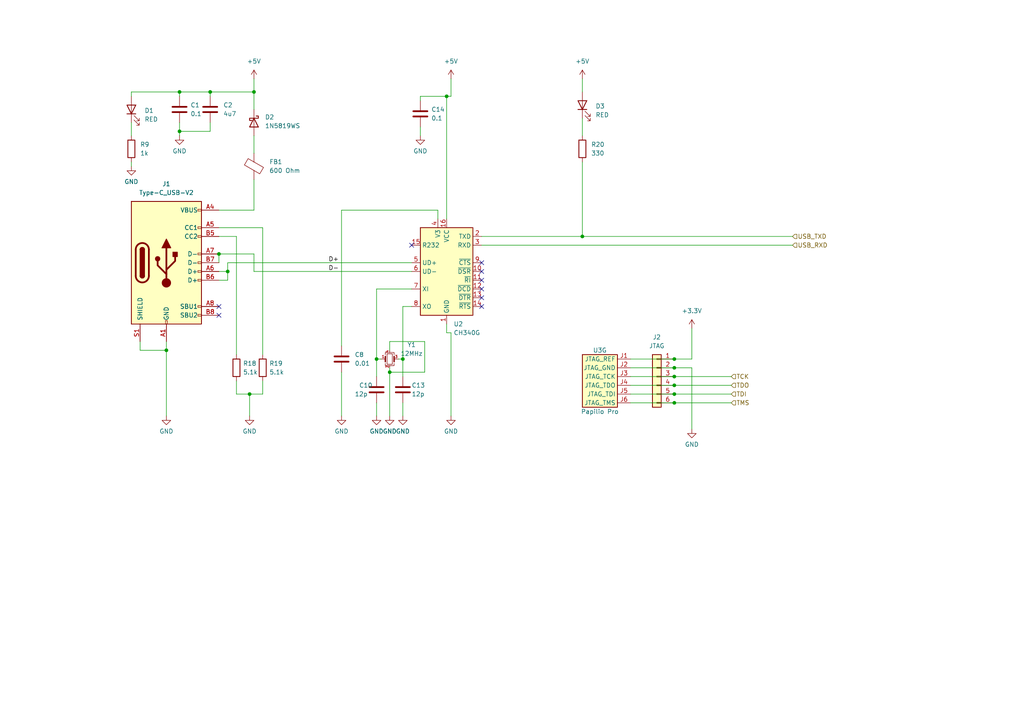
<source format=kicad_sch>
(kicad_sch (version 20230121) (generator eeschema)
  (paper "A4")
  (title_block (date "2023-08-03") (rev "1.4") (company "University of Otago, Gadget Factory LLC") (comment 1 "©Phill Brown 2023, Gadget Factory 2009-2012"))
  (lib_symbols
    (symbol "Connector:USB_C_Receptacle_USB2.0" (pin_names (offset 1.016))
      (property "Reference" "J" (at -10.16 19.05 0))
      (property "Value" "USB_C_Receptacle_USB2.0" (at 19.05 19.05 0))
      (symbol "USB_C_Receptacle_USB2.0_0_0"
        (rectangle (start -0.254 -17.78) (end 0.254 -16.764))
        (rectangle (start 10.16 -14.986) (end 9.144 -15.494))
        (rectangle (start 10.16 -12.446) (end 9.144 -12.954))
        (rectangle (start 10.16 -4.826) (end 9.144 -5.334))
        (rectangle (start 10.16 -2.286) (end 9.144 -2.794))
        (rectangle (start 10.16 0.254) (end 9.144 -0.254))
        (rectangle (start 10.16 2.794) (end 9.144 2.286))
        (rectangle (start 10.16 7.874) (end 9.144 7.366))
        (rectangle (start 10.16 10.414) (end 9.144 9.906))
        (rectangle (start 10.16 15.494) (end 9.144 14.986))
      )
      (symbol "USB_C_Receptacle_USB2.0_0_1"
        (rectangle (start -10.16 17.78) (end 10.16 -17.78) (stroke (width 0.254)) (fill (type background)))
        (arc (start -8.89 -3.81) (mid -6.985 -5.7067) (end -5.08 -3.81) (stroke (width 0.508)))
        (arc (start -7.62 -3.81) (mid -6.985 -4.4423) (end -6.35 -3.81) (stroke (width 0.254)))
        (arc (start -7.62 -3.81) (mid -6.985 -4.4423) (end -6.35 -3.81) (stroke (width 0.254)) (fill (type outline)))
        (rectangle (start -7.62 -3.81) (end -6.35 3.81) (stroke (width 0.254)) (fill (type outline)))
        (arc (start -6.35 3.81) (mid -6.985 4.4423) (end -7.62 3.81) (stroke (width 0.254)))
        (arc (start -6.35 3.81) (mid -6.985 4.4423) (end -7.62 3.81) (stroke (width 0.254)) (fill (type outline)))
        (arc (start -5.08 3.81) (mid -6.985 5.7067) (end -8.89 3.81) (stroke (width 0.508)))
        (circle (center -2.54 1.143) (radius 0.635) (stroke (width 0.254)) (fill (type outline)))
        (circle (center 0 -5.842) (radius 1.27) (fill (type outline)))
        (polyline (pts (xy -8.89 -3.81) (xy -8.89 3.81)) (stroke (width 0.508)))
        (polyline (pts (xy -5.08 3.81) (xy -5.08 -3.81)) (stroke (width 0.508)))
        (polyline (pts (xy 0 -5.842) (xy 0 4.318)) (stroke (width 0.508)))
        (polyline (pts (xy 0 -3.302) (xy -2.54 -0.762) (xy -2.54 0.508)) (stroke (width 0.508)))
        (polyline (pts (xy 0 -2.032) (xy 2.54 0.508) (xy 2.54 1.778)) (stroke (width 0.508)))
        (polyline (pts (xy -1.27 4.318) (xy 0 6.858) (xy 1.27 4.318) (xy -1.27 4.318)) (stroke (width 0.254)) (fill (type outline)))
        (rectangle (start 1.905 1.778) (end 3.175 3.048) (stroke (width 0.254)) (fill (type outline)))
      )
      (symbol "USB_C_Receptacle_USB2.0_1_1"
        (pin passive line (at 0 -22.86 90) (length 5.08) (name "GND") (number "A1"))
        (pin passive line (at 0 -22.86 90) (length 5.08) hide (name "GND") (number "A12"))
        (pin passive line (at 15.24 15.24 180) (length 5.08) (name "VBUS") (number "A4"))
        (pin bidirectional line (at 15.24 10.16 180) (length 5.08) (name "CC1") (number "A5"))
        (pin bidirectional line (at 15.24 -2.54 180) (length 5.08) (name "D+") (number "A6"))
        (pin bidirectional line (at 15.24 2.54 180) (length 5.08) (name "D-") (number "A7"))
        (pin bidirectional line (at 15.24 -12.7 180) (length 5.08) (name "SBU1") (number "A8"))
        (pin passive line (at 15.24 15.24 180) (length 5.08) hide (name "VBUS") (number "A9"))
        (pin passive line (at 0 -22.86 90) (length 5.08) hide (name "GND") (number "B1"))
        (pin passive line (at 0 -22.86 90) (length 5.08) hide (name "GND") (number "B12"))
        (pin passive line (at 15.24 15.24 180) (length 5.08) hide (name "VBUS") (number "B4"))
        (pin bidirectional line (at 15.24 7.62 180) (length 5.08) (name "CC2") (number "B5"))
        (pin bidirectional line (at 15.24 -5.08 180) (length 5.08) (name "D+") (number "B6"))
        (pin bidirectional line (at 15.24 0 180) (length 5.08) (name "D-") (number "B7"))
        (pin bidirectional line (at 15.24 -15.24 180) (length 5.08) (name "SBU2") (number "B8"))
        (pin passive line (at 15.24 15.24 180) (length 5.08) hide (name "VBUS") (number "B9"))
        (pin passive line (at -7.62 -22.86 90) (length 5.08) (name "SHIELD") (number "S1"))
      )
    )
    (symbol "Connector_Generic:Conn_01x06" (pin_names (offset 1.016) hide)
      (property "Reference" "J" (at 0 7.62 0))
      (property "Value" "Conn_01x06" (at 0 -10.16 0))
      (symbol "Conn_01x06_1_1"
        (rectangle (start -1.27 -7.493) (end 0 -7.747) (stroke (width 0.1524)))
        (rectangle (start -1.27 -4.953) (end 0 -5.207) (stroke (width 0.1524)))
        (rectangle (start -1.27 -2.413) (end 0 -2.667) (stroke (width 0.1524)))
        (rectangle (start -1.27 0.127) (end 0 -0.127) (stroke (width 0.1524)))
        (rectangle (start -1.27 2.667) (end 0 2.413) (stroke (width 0.1524)))
        (rectangle (start -1.27 5.207) (end 0 4.953) (stroke (width 0.1524)))
        (rectangle (start -1.27 6.35) (end 1.27 -8.89) (stroke (width 0.254)) (fill (type background)))
        (pin passive line (at -5.08 5.08 0) (length 3.81) (name "Pin_1") (number "1"))
        (pin passive line (at -5.08 2.54 0) (length 3.81) (name "Pin_2") (number "2"))
        (pin passive line (at -5.08 0 0) (length 3.81) (name "Pin_3") (number "3"))
        (pin passive line (at -5.08 -2.54 0) (length 3.81) (name "Pin_4") (number "4"))
        (pin passive line (at -5.08 -5.08 0) (length 3.81) (name "Pin_5") (number "5"))
        (pin passive line (at -5.08 -7.62 0) (length 3.81) (name "Pin_6") (number "6"))
      )
    )
    (symbol "Device:C" (pin_numbers hide) (pin_names (offset 0.254))
      (property "Reference" "C" (at 0.635 2.54 0))
      (property "Value" "C" (at 0.635 -2.54 0))
      (symbol "C_0_1"
        (polyline (pts (xy -2.032 -0.762) (xy 2.032 -0.762)) (stroke (width 0.508)))
        (polyline (pts (xy -2.032 0.762) (xy 2.032 0.762)) (stroke (width 0.508)))
      )
      (symbol "C_1_1"
        (pin passive line (at 0 3.81 270) (length 2.794) (name "~") (number "1"))
        (pin passive line (at 0 -3.81 90) (length 2.794) (name "~") (number "2"))
      )
    )
    (symbol "Device:Crystal_GND24_Small" (pin_names (offset 1.016) hide)
      (property "Reference" "Y" (at 1.27 4.445 0))
      (property "Value" "Crystal_GND24_Small" (at 1.27 2.54 0))
      (symbol "Crystal_GND24_Small_0_1"
        (rectangle (start -0.762 -1.524) (end 0.762 1.524))
        (polyline (pts (xy -1.27 -0.762) (xy -1.27 0.762)) (stroke (width 0.381)))
        (polyline (pts (xy 1.27 -0.762) (xy 1.27 0.762)) (stroke (width 0.381)))
        (polyline (pts (xy -1.27 -1.27) (xy -1.27 -1.905) (xy 1.27 -1.905) (xy 1.27 -1.27)))
        (polyline (pts (xy -1.27 1.27) (xy -1.27 1.905) (xy 1.27 1.905) (xy 1.27 1.27)))
      )
      (symbol "Crystal_GND24_Small_1_1"
        (pin passive line (at -2.54 0 0) (length 1.27) (name "1") (number "1"))
        (pin passive line (at 0 -2.54 90) (length 0.635) (name "2") (number "2"))
        (pin passive line (at 2.54 0 180) (length 1.27) (name "3") (number "3"))
        (pin passive line (at 0 2.54 270) (length 0.635) (name "4") (number "4"))
      )
    )
    (symbol "Device:D_Schottky" (pin_numbers hide) (pin_names (offset 1.016) hide)
      (property "Reference" "D" (at 0 2.54 0))
      (property "Value" "D_Schottky" (at 0 -2.54 0))
      (symbol "D_Schottky_0_1"
        (polyline (pts (xy 1.27 0) (xy -1.27 0)))
        (polyline (pts (xy 1.27 1.27) (xy 1.27 -1.27) (xy -1.27 0) (xy 1.27 1.27)) (stroke (width 0.254)))
        (polyline (pts (xy -1.905 0.635) (xy -1.905 1.27) (xy -1.27 1.27) (xy -1.27 -1.27) (xy -0.635 -1.27) (xy -0.635 -0.635)) (stroke (width 0.254)))
      )
      (symbol "D_Schottky_1_1"
        (pin passive line (at -3.81 0 0) (length 2.54) (name "K") (number "1"))
        (pin passive line (at 3.81 0 180) (length 2.54) (name "A") (number "2"))
      )
    )
    (symbol "Device:FerriteBead" (pin_numbers hide) (pin_names (offset 0))
      (property "Reference" "FB" (at -3.81 0.635 90))
      (property "Value" "FerriteBead" (at 3.81 0 90))
      (symbol "FerriteBead_0_1"
        (polyline (pts (xy 0 -1.27) (xy 0 -1.2192)))
        (polyline (pts (xy 0 1.27) (xy 0 1.2954)))
        (polyline (pts (xy -2.7686 0.4064) (xy -1.7018 2.2606) (xy 2.7686 -0.3048) (xy 1.6764 -2.159) (xy -2.7686 0.4064)))
      )
      (symbol "FerriteBead_1_1"
        (pin passive line (at 0 3.81 270) (length 2.54) (name "~") (number "1"))
        (pin passive line (at 0 -3.81 90) (length 2.54) (name "~") (number "2"))
      )
    )
    (symbol "Device:LED" (pin_numbers hide) (pin_names (offset 1.016) hide)
      (property "Reference" "D" (at 0 2.54 0))
      (property "Value" "LED" (at 0 -2.54 0))
      (symbol "LED_0_1"
        (polyline (pts (xy -1.27 -1.27) (xy -1.27 1.27)) (stroke (width 0.254)))
        (polyline (pts (xy -1.27 0) (xy 1.27 0)))
        (polyline (pts (xy 1.27 -1.27) (xy 1.27 1.27) (xy -1.27 0) (xy 1.27 -1.27)) (stroke (width 0.254)))
        (polyline (pts (xy -3.048 -0.762) (xy -4.572 -2.286) (xy -3.81 -2.286) (xy -4.572 -2.286) (xy -4.572 -1.524)))
        (polyline (pts (xy -1.778 -0.762) (xy -3.302 -2.286) (xy -2.54 -2.286) (xy -3.302 -2.286) (xy -3.302 -1.524)))
      )
      (symbol "LED_1_1"
        (pin passive line (at -3.81 0 0) (length 2.54) (name "K") (number "1"))
        (pin passive line (at 3.81 0 180) (length 2.54) (name "A") (number "2"))
      )
    )
    (symbol "Device:R" (pin_numbers hide) (pin_names (offset 0))
      (property "Reference" "R" (at 2.032 0 90))
      (property "Value" "R" (at 0 0 90))
      (symbol "R_0_1"
        (rectangle (start -1.016 -2.54) (end 1.016 2.54) (stroke (width 0.254)))
      )
      (symbol "R_1_1"
        (pin passive line (at 0 3.81 270) (length 1.27) (name "~") (number "1"))
        (pin passive line (at 0 -3.81 90) (length 1.27) (name "~") (number "2"))
      )
    )
    (symbol "Interface_USB:CH340G"
      (property "Reference" "U" (at -5.08 13.97 0))
      (property "Value" "CH340G" (at 1.27 13.97 0))
      (symbol "CH340G_0_1"
        (rectangle (start -7.62 12.7) (end 7.62 -12.7) (stroke (width 0.254)) (fill (type background)))
      )
      (symbol "CH340G_1_1"
        (pin power_in line (at 0 -15.24 90) (length 2.54) (name "GND") (number "1"))
        (pin input line (at 10.16 0 180) (length 2.54) (name "~{DSR}") (number "10"))
        (pin input line (at 10.16 -2.54 180) (length 2.54) (name "~{RI}") (number "11"))
        (pin input line (at 10.16 -5.08 180) (length 2.54) (name "~{DCD}") (number "12"))
        (pin output line (at 10.16 -7.62 180) (length 2.54) (name "~{DTR}") (number "13"))
        (pin output line (at 10.16 -10.16 180) (length 2.54) (name "~{RTS}") (number "14"))
        (pin input line (at -10.16 7.62 0) (length 2.54) (name "R232") (number "15"))
        (pin power_in line (at 0 15.24 270) (length 2.54) (name "VCC") (number "16"))
        (pin output line (at 10.16 10.16 180) (length 2.54) (name "TXD") (number "2"))
        (pin input line (at 10.16 7.62 180) (length 2.54) (name "RXD") (number "3"))
        (pin passive line (at -2.54 15.24 270) (length 2.54) (name "V3") (number "4"))
        (pin bidirectional line (at -10.16 2.54 0) (length 2.54) (name "UD+") (number "5"))
        (pin bidirectional line (at -10.16 0 0) (length 2.54) (name "UD-") (number "6"))
        (pin input line (at -10.16 -5.08 0) (length 2.54) (name "XI") (number "7"))
        (pin output line (at -10.16 -10.16 0) (length 2.54) (name "XO") (number "8"))
        (pin input line (at 10.16 2.54 180) (length 2.54) (name "~{CTS}") (number "9"))
      )
    )
    (symbol "Papilio_Pro:Papilio_Pro" (in_bom no)
      (property "Reference" "U" (at -1.27 21.59 0))
      (property "Value" "Papilio Pro" (at -1.27 -21.59 0))
      (symbol "Papilio_Pro_1_1"
        (rectangle (start -3.81 5.08) (end 1.27 -5.08) (stroke (width 0.254)) (fill (type background)))
        (rectangle (start 0 -3.937) (end 1.27 -3.683) (stroke (width 0.1524)))
        (rectangle (start 0 -1.397) (end 1.27 -1.143) (stroke (width 0.1524)))
        (rectangle (start 0 1.143) (end 1.27 1.397) (stroke (width 0.1524)))
        (rectangle (start 0 3.683) (end 1.27 3.937) (stroke (width 0.1524)))
        (pin passive line (at 5.08 3.81 180) (length 3.81) (name "GND") (number "1"))
        (pin passive line (at 5.08 1.27 180) (length 3.81) (name "2V5") (number "2"))
        (pin passive line (at 5.08 -1.27 180) (length 3.81) (name "3V3") (number "3"))
        (pin passive line (at 5.08 -3.81 180) (length 3.81) (name "Vin") (number "4"))
      )
      (symbol "Papilio_Pro_2_1"
        (rectangle (start -3.81 5.08) (end 1.27 -5.08) (stroke (width 0.254)) (fill (type background)))
        (rectangle (start 0 -3.937) (end 1.27 -3.683) (stroke (width 0.1524)))
        (rectangle (start 0 -1.397) (end 1.27 -1.143) (stroke (width 0.1524)))
        (rectangle (start 0 1.143) (end 1.27 1.397) (stroke (width 0.1524)))
        (rectangle (start 0 3.683) (end 1.27 3.937) (stroke (width 0.1524)))
        (pin passive line (at 5.08 3.81 180) (length 3.81) (name "GND") (number "11"))
        (pin passive line (at 5.08 1.27 180) (length 3.81) (name "2V5") (number "12"))
        (pin passive line (at 5.08 -1.27 180) (length 3.81) (name "3V3") (number "13"))
        (pin passive line (at 5.08 -3.81 180) (length 3.81) (name "Vin") (number "14"))
      )
      (symbol "Papilio_Pro_3_1"
        (rectangle (start -3.81 5.08) (end 1.27 -5.08) (stroke (width 0.254)) (fill (type background)))
        (rectangle (start 0 -3.937) (end 1.27 -3.683) (stroke (width 0.1524)))
        (rectangle (start 0 -1.397) (end 1.27 -1.143) (stroke (width 0.1524)))
        (rectangle (start 0 1.143) (end 1.27 1.397) (stroke (width 0.1524)))
        (rectangle (start 0 3.683) (end 1.27 3.937) (stroke (width 0.1524)))
        (pin passive line (at 5.08 3.81 180) (length 3.81) (name "GND") (number "21"))
        (pin passive line (at 5.08 1.27 180) (length 3.81) (name "2V5") (number "22"))
        (pin passive line (at 5.08 -1.27 180) (length 3.81) (name "3V3") (number "23"))
        (pin passive line (at 5.08 -3.81 180) (length 3.81) (name "Vin") (number "24"))
      )
      (symbol "Papilio_Pro_4_1"
        (rectangle (start -3.81 5.08) (end 1.27 -5.08) (stroke (width 0.254)) (fill (type background)))
        (rectangle (start 0 -3.937) (end 1.27 -3.683) (stroke (width 0.1524)))
        (rectangle (start 0 -1.397) (end 1.27 -1.143) (stroke (width 0.1524)))
        (rectangle (start 0 1.143) (end 1.27 1.397) (stroke (width 0.1524)))
        (rectangle (start 0 3.683) (end 1.27 3.937) (stroke (width 0.1524)))
        (pin passive line (at 5.08 3.81 180) (length 3.81) (name "GND") (number "31"))
        (pin passive line (at 5.08 1.27 180) (length 3.81) (name "2V5") (number "32"))
        (pin passive line (at 5.08 -1.27 180) (length 3.81) (name "3V3") (number "33"))
        (pin passive line (at 5.08 -3.81 180) (length 3.81) (name "Vin") (number "34"))
      )
      (symbol "Papilio_Pro_5_1"
        (rectangle (start -3.81 5.08) (end 1.27 -5.08) (stroke (width 0.254)) (fill (type background)))
        (rectangle (start 0 -3.937) (end 1.27 -3.683) (stroke (width 0.1524)))
        (rectangle (start 0 -1.397) (end 1.27 -1.143) (stroke (width 0.1524)))
        (rectangle (start 0 1.143) (end 1.27 1.397) (stroke (width 0.1524)))
        (rectangle (start 0 3.683) (end 1.27 3.937) (stroke (width 0.1524)))
        (pin passive line (at 5.08 3.81 180) (length 3.81) (name "GND") (number "41"))
        (pin passive line (at 5.08 1.27 180) (length 3.81) (name "2V5") (number "42"))
        (pin passive line (at 5.08 -1.27 180) (length 3.81) (name "3V3") (number "43"))
        (pin passive line (at 5.08 -3.81 180) (length 3.81) (name "Vin") (number "44"))
      )
      (symbol "Papilio_Pro_6_1"
        (rectangle (start -3.81 5.08) (end 1.27 -5.08) (stroke (width 0.254)) (fill (type background)))
        (rectangle (start 0 -3.937) (end 1.27 -3.683) (stroke (width 0.1524)))
        (rectangle (start 0 -1.397) (end 1.27 -1.143) (stroke (width 0.1524)))
        (rectangle (start 0 1.143) (end 1.27 1.397) (stroke (width 0.1524)))
        (rectangle (start 0 3.683) (end 1.27 3.937) (stroke (width 0.1524)))
        (pin passive line (at 5.08 3.81 180) (length 3.81) (name "GND") (number "51"))
        (pin passive line (at 5.08 1.27 180) (length 3.81) (name "2V5") (number "52"))
        (pin passive line (at 5.08 -1.27 180) (length 3.81) (name "3V3") (number "53"))
        (pin passive line (at 5.08 -3.81 180) (length 3.81) (name "Vin") (number "54"))
      )
      (symbol "Papilio_Pro_7_1"
        (rectangle (start -8.89 7.62) (end 1.27 -7.62) (stroke (width 0.254)) (fill (type background)))
        (pin passive line (at 5.08 6.35 180) (length 3.81) (name "JTAG_REF") (number "J1"))
        (pin passive line (at 5.08 3.81 180) (length 3.81) (name "JTAG_GND") (number "J2"))
        (pin passive line (at 5.08 1.27 180) (length 3.81) (name "JTAG_TCK") (number "J3"))
        (pin passive line (at 5.08 -1.27 180) (length 3.81) (name "JTAG_TDO") (number "J4"))
        (pin passive line (at 5.08 -3.81 180) (length 3.81) (name "JTAG_TDI") (number "J5"))
        (pin passive line (at 5.08 -6.35 180) (length 3.81) (name "JTAG_TMS") (number "J6"))
      )
      (symbol "Papilio_Pro_8_1"
        (rectangle (start -3.81 20.32) (end 1.27 -20.32) (stroke (width 0.254)) (fill (type background)))
        (rectangle (start 0 -19.177) (end 1.27 -18.923) (stroke (width 0.1524)))
        (rectangle (start 0 -16.637) (end 1.27 -16.383) (stroke (width 0.1524)))
        (rectangle (start 0 -14.097) (end 1.27 -13.843) (stroke (width 0.1524)))
        (rectangle (start 0 -11.557) (end 1.27 -11.303) (stroke (width 0.1524)))
        (rectangle (start 0 -9.017) (end 1.27 -8.763) (stroke (width 0.1524)))
        (rectangle (start 0 -6.477) (end 1.27 -6.223) (stroke (width 0.1524)))
        (rectangle (start 0 -3.937) (end 1.27 -3.683) (stroke (width 0.1524)))
        (rectangle (start 0 -1.397) (end 1.27 -1.143) (stroke (width 0.1524)))
        (rectangle (start 0 1.143) (end 1.27 1.397) (stroke (width 0.1524)))
        (rectangle (start 0 3.683) (end 1.27 3.937) (stroke (width 0.1524)))
        (rectangle (start 0 6.223) (end 1.27 6.477) (stroke (width 0.1524)))
        (rectangle (start 0 8.763) (end 1.27 9.017) (stroke (width 0.1524)))
        (rectangle (start 0 11.303) (end 1.27 11.557) (stroke (width 0.1524)))
        (rectangle (start 0 13.843) (end 1.27 14.097) (stroke (width 0.1524)))
        (rectangle (start 0 16.383) (end 1.27 16.637) (stroke (width 0.1524)))
        (rectangle (start 0 18.923) (end 1.27 19.177) (stroke (width 0.1524)))
        (pin bidirectional line (at 5.08 19.05 180) (length 3.81) (name "A0") (number "A0"))
        (pin bidirectional line (at 5.08 16.51 180) (length 3.81) (name "A1") (number "A1"))
        (pin bidirectional line (at 5.08 -6.35 180) (length 3.81) (name "A10") (number "A10"))
        (pin bidirectional line (at 5.08 -8.89 180) (length 3.81) (name "A11") (number "A11"))
        (pin bidirectional line (at 5.08 -11.43 180) (length 3.81) (name "A12") (number "A12"))
        (pin bidirectional line (at 5.08 -13.97 180) (length 3.81) (name "A13") (number "A13"))
        (pin bidirectional line (at 5.08 -16.51 180) (length 3.81) (name "A14") (number "A14"))
        (pin bidirectional line (at 5.08 -19.05 180) (length 3.81) (name "A15") (number "A15"))
        (pin bidirectional line (at 5.08 13.97 180) (length 3.81) (name "A2") (number "A2"))
        (pin bidirectional line (at 5.08 11.43 180) (length 3.81) (name "A3") (number "A3"))
        (pin bidirectional line (at 5.08 8.89 180) (length 3.81) (name "A4") (number "A4"))
        (pin bidirectional line (at 5.08 6.35 180) (length 3.81) (name "A5") (number "A5"))
        (pin bidirectional line (at 5.08 3.81 180) (length 3.81) (name "A6") (number "A6"))
        (pin bidirectional line (at 5.08 1.27 180) (length 3.81) (name "A7") (number "A7"))
        (pin bidirectional line (at 5.08 -1.27 180) (length 3.81) (name "A8") (number "A8"))
        (pin bidirectional line (at 5.08 -3.81 180) (length 3.81) (name "A9") (number "A9"))
      )
      (symbol "Papilio_Pro_9_1"
        (rectangle (start -3.81 20.32) (end 1.27 -20.32) (stroke (width 0.254)) (fill (type background)))
        (rectangle (start 0 -19.177) (end 1.27 -18.923) (stroke (width 0.1524)))
        (rectangle (start 0 -16.637) (end 1.27 -16.383) (stroke (width 0.1524)))
        (rectangle (start 0 -14.097) (end 1.27 -13.843) (stroke (width 0.1524)))
        (rectangle (start 0 -11.557) (end 1.27 -11.303) (stroke (width 0.1524)))
        (rectangle (start 0 -9.017) (end 1.27 -8.763) (stroke (width 0.1524)))
        (rectangle (start 0 -6.477) (end 1.27 -6.223) (stroke (width 0.1524)))
        (rectangle (start 0 -3.937) (end 1.27 -3.683) (stroke (width 0.1524)))
        (rectangle (start 0 -1.397) (end 1.27 -1.143) (stroke (width 0.1524)))
        (rectangle (start 0 1.143) (end 1.27 1.397) (stroke (width 0.1524)))
        (rectangle (start 0 3.683) (end 1.27 3.937) (stroke (width 0.1524)))
        (rectangle (start 0 6.223) (end 1.27 6.477) (stroke (width 0.1524)))
        (rectangle (start 0 8.763) (end 1.27 9.017) (stroke (width 0.1524)))
        (rectangle (start 0 11.303) (end 1.27 11.557) (stroke (width 0.1524)))
        (rectangle (start 0 13.843) (end 1.27 14.097) (stroke (width 0.1524)))
        (rectangle (start 0 16.383) (end 1.27 16.637) (stroke (width 0.1524)))
        (rectangle (start 0 18.923) (end 1.27 19.177) (stroke (width 0.1524)))
        (pin bidirectional line (at 5.08 19.05 180) (length 3.81) (name "B0") (number "B0"))
        (pin bidirectional line (at 5.08 16.51 180) (length 3.81) (name "B1") (number "B1"))
        (pin bidirectional line (at 5.08 -6.35 180) (length 3.81) (name "B10") (number "B10"))
        (pin bidirectional line (at 5.08 -8.89 180) (length 3.81) (name "B11") (number "B11"))
        (pin bidirectional line (at 5.08 -11.43 180) (length 3.81) (name "B12") (number "B12"))
        (pin bidirectional line (at 5.08 -13.97 180) (length 3.81) (name "B13") (number "B13"))
        (pin bidirectional line (at 5.08 -16.51 180) (length 3.81) (name "B14") (number "B14"))
        (pin bidirectional line (at 5.08 -19.05 180) (length 3.81) (name "B15") (number "B15"))
        (pin bidirectional line (at 5.08 13.97 180) (length 3.81) (name "B2") (number "B2"))
        (pin bidirectional line (at 5.08 11.43 180) (length 3.81) (name "B3") (number "B3"))
        (pin bidirectional line (at 5.08 8.89 180) (length 3.81) (name "B4") (number "B4"))
        (pin bidirectional line (at 5.08 6.35 180) (length 3.81) (name "B5") (number "B5"))
        (pin bidirectional line (at 5.08 3.81 180) (length 3.81) (name "B6") (number "B6"))
        (pin bidirectional line (at 5.08 1.27 180) (length 3.81) (name "B7") (number "B7"))
        (pin bidirectional line (at 5.08 -1.27 180) (length 3.81) (name "B8") (number "B8"))
        (pin bidirectional line (at 5.08 -3.81 180) (length 3.81) (name "B9") (number "B9"))
      )
      (symbol "Papilio_Pro_10_1"
        (rectangle (start -3.81 20.32) (end 1.27 -20.32) (stroke (width 0.254)) (fill (type background)))
        (rectangle (start 0 -19.177) (end 1.27 -18.923) (stroke (width 0.1524)))
        (rectangle (start 0 -16.637) (end 1.27 -16.383) (stroke (width 0.1524)))
        (rectangle (start 0 -14.097) (end 1.27 -13.843) (stroke (width 0.1524)))
        (rectangle (start 0 -11.557) (end 1.27 -11.303) (stroke (width 0.1524)))
        (rectangle (start 0 -9.017) (end 1.27 -8.763) (stroke (width 0.1524)))
        (rectangle (start 0 -6.477) (end 1.27 -6.223) (stroke (width 0.1524)))
        (rectangle (start 0 -3.937) (end 1.27 -3.683) (stroke (width 0.1524)))
        (rectangle (start 0 -1.397) (end 1.27 -1.143) (stroke (width 0.1524)))
        (rectangle (start 0 1.143) (end 1.27 1.397) (stroke (width 0.1524)))
        (rectangle (start 0 3.683) (end 1.27 3.937) (stroke (width 0.1524)))
        (rectangle (start 0 6.223) (end 1.27 6.477) (stroke (width 0.1524)))
        (rectangle (start 0 8.763) (end 1.27 9.017) (stroke (width 0.1524)))
        (rectangle (start 0 11.303) (end 1.27 11.557) (stroke (width 0.1524)))
        (rectangle (start 0 13.843) (end 1.27 14.097) (stroke (width 0.1524)))
        (rectangle (start 0 16.383) (end 1.27 16.637) (stroke (width 0.1524)))
        (rectangle (start 0 18.923) (end 1.27 19.177) (stroke (width 0.1524)))
        (pin bidirectional line (at 5.08 19.05 180) (length 3.81) (name "C0") (number "C0"))
        (pin bidirectional line (at 5.08 16.51 180) (length 3.81) (name "C1") (number "C1"))
        (pin bidirectional line (at 5.08 -6.35 180) (length 3.81) (name "C10") (number "C10"))
        (pin bidirectional line (at 5.08 -8.89 180) (length 3.81) (name "C11") (number "C11"))
        (pin bidirectional line (at 5.08 -11.43 180) (length 3.81) (name "C12") (number "C12"))
        (pin bidirectional line (at 5.08 -13.97 180) (length 3.81) (name "C13") (number "C13"))
        (pin bidirectional line (at 5.08 -16.51 180) (length 3.81) (name "C14") (number "C14"))
        (pin bidirectional line (at 5.08 -19.05 180) (length 3.81) (name "C15") (number "C15"))
        (pin bidirectional line (at 5.08 13.97 180) (length 3.81) (name "C2") (number "C2"))
        (pin bidirectional line (at 5.08 11.43 180) (length 3.81) (name "C3") (number "C3"))
        (pin bidirectional line (at 5.08 8.89 180) (length 3.81) (name "C4") (number "C4"))
        (pin bidirectional line (at 5.08 6.35 180) (length 3.81) (name "C5") (number "C5"))
        (pin bidirectional line (at 5.08 3.81 180) (length 3.81) (name "C6") (number "C6"))
        (pin bidirectional line (at 5.08 1.27 180) (length 3.81) (name "C7") (number "C7"))
        (pin bidirectional line (at 5.08 -1.27 180) (length 3.81) (name "C8") (number "C8"))
        (pin bidirectional line (at 5.08 -3.81 180) (length 3.81) (name "C9") (number "C9"))
      )
    )
    (symbol "power:+3.3V" (power) (pin_names (offset 0))
      (property "Value" "+3.3V" (at 0 3.556 0))
      (symbol "+3.3V_0_1"
        (polyline (pts (xy -0.762 1.27) (xy 0 2.54)))
        (polyline (pts (xy 0 0) (xy 0 2.54)))
        (polyline (pts (xy 0 2.54) (xy 0.762 1.27)))
      )
      (symbol "+3.3V_1_1"
        (pin power_in line (at 0 0 90) (length 0) hide (name "+3.3V") (number "1"))
      )
    )
    (symbol "power:+5V" (power) (pin_names (offset 0))
      (property "Value" "+5V" (at 0 3.556 0))
      (symbol "+5V_0_1"
        (polyline (pts (xy -0.762 1.27) (xy 0 2.54)))
        (polyline (pts (xy 0 0) (xy 0 2.54)))
        (polyline (pts (xy 0 2.54) (xy 0.762 1.27)))
      )
      (symbol "+5V_1_1"
        (pin power_in line (at 0 0 90) (length 0) hide (name "+5V") (number "1"))
      )
    )
    (symbol "power:GND" (power) (pin_names (offset 0))
      (property "Value" "GND" (at 0 -3.81 0))
      (symbol "GND_0_1"
        (polyline (pts (xy 0 0) (xy 0 -1.27) (xy 1.27 -1.27) (xy 0 -2.54) (xy -1.27 -1.27) (xy 0 -1.27)))
      )
      (symbol "GND_1_1"
        (pin power_in line (at 0 0 270) (length 0) hide (name "GND") (number "1"))
      )
    )
  )
  (junction (at 109.22 104.14))
  (junction (at 66.04 78.74))
  (junction (at 195.58 104.14))
  (junction (at 113.03 107.95))
  (junction (at 195.58 109.22))
  (junction (at 63.5 73.66))
  (junction (at 195.58 106.68))
  (junction (at 52.07 38.1))
  (junction (at 195.58 111.76))
  (junction (at 195.58 116.84))
  (junction (at 60.96 26.67))
  (junction (at 52.07 26.67))
  (junction (at 129.54 27.94))
  (junction (at 168.91 68.58))
  (junction (at 72.39 114.3))
  (junction (at 48.26 101.6))
  (junction (at 73.66 26.67))
  (junction (at 116.84 104.14))
  (junction (at 195.58 114.3))
  (no_connect (at 139.7 76.2))
  (no_connect (at 63.5 91.44))
  (no_connect (at 139.7 81.28))
  (no_connect (at 139.7 78.74))
  (no_connect (at 139.7 83.82))
  (no_connect (at 119.38 71.12))
  (no_connect (at 139.7 88.9))
  (no_connect (at 139.7 86.36))
  (no_connect (at 63.5 88.9))
  (wire (pts (xy 195.58 109.22) (xy 212.09 109.22)))
  (wire (pts (xy 129.54 96.52) (xy 130.81 96.52)))
  (wire (pts (xy 129.54 27.94) (xy 129.54 63.5)))
  (wire (pts (xy 60.96 35.56) (xy 60.96 38.1)))
  (wire (pts (xy 68.58 110.49) (xy 68.58 114.3)))
  (wire (pts (xy 73.66 78.74) (xy 119.38 78.74)))
  (wire (pts (xy 76.2 66.04) (xy 76.2 102.87)))
  (wire (pts (xy 52.07 27.94) (xy 52.07 26.67)))
  (wire (pts (xy 182.88 116.84) (xy 195.58 116.84)))
  (wire (pts (xy 109.22 116.84) (xy 109.22 120.65)))
  (wire (pts (xy 60.96 26.67) (xy 73.66 26.67)))
  (wire (pts (xy 168.91 34.29) (xy 168.91 39.37)))
  (wire (pts (xy 99.06 60.96) (xy 99.06 100.33)))
  (wire (pts (xy 63.5 66.04) (xy 76.2 66.04)))
  (wire (pts (xy 121.92 36.83) (xy 121.92 39.37)))
  (wire (pts (xy 72.39 114.3) (xy 76.2 114.3)))
  (wire (pts (xy 116.84 116.84) (xy 116.84 120.65)))
  (wire (pts (xy 48.26 101.6) (xy 48.26 120.65)))
  (wire (pts (xy 73.66 22.86) (xy 73.66 26.67)))
  (wire (pts (xy 121.92 29.21) (xy 121.92 27.94)))
  (wire (pts (xy 168.91 22.86) (xy 168.91 26.67)))
  (wire (pts (xy 63.5 68.58) (xy 68.58 68.58)))
  (wire (pts (xy 123.19 107.95) (xy 113.03 107.95)))
  (wire (pts (xy 63.5 81.28) (xy 66.04 81.28)))
  (wire (pts (xy 116.84 104.14) (xy 116.84 109.22)))
  (wire (pts (xy 60.96 38.1) (xy 52.07 38.1)))
  (wire (pts (xy 66.04 81.28) (xy 66.04 78.74)))
  (wire (pts (xy 168.91 68.58) (xy 229.87 68.58)))
  (wire (pts (xy 182.88 106.68) (xy 195.58 106.68)))
  (wire (pts (xy 123.19 99.06) (xy 123.19 107.95)))
  (wire (pts (xy 195.58 116.84) (xy 212.09 116.84)))
  (wire (pts (xy 116.84 88.9) (xy 116.84 104.14)))
  (wire (pts (xy 99.06 60.96) (xy 127 60.96)))
  (wire (pts (xy 38.1 46.99) (xy 38.1 48.26)))
  (wire (pts (xy 52.07 38.1) (xy 52.07 39.37)))
  (wire (pts (xy 110.49 104.14) (xy 109.22 104.14)))
  (wire (pts (xy 195.58 114.3) (xy 212.09 114.3)))
  (wire (pts (xy 139.7 68.58) (xy 168.91 68.58)))
  (wire (pts (xy 129.54 93.98) (xy 129.54 96.52)))
  (wire (pts (xy 99.06 107.95) (xy 99.06 120.65)))
  (wire (pts (xy 113.03 107.95) (xy 113.03 120.65)))
  (wire (pts (xy 73.66 26.67) (xy 73.66 31.75)))
  (wire (pts (xy 168.91 46.99) (xy 168.91 68.58)))
  (wire (pts (xy 113.03 101.6) (xy 113.03 99.06)))
  (wire (pts (xy 139.7 71.12) (xy 229.87 71.12)))
  (wire (pts (xy 109.22 104.14) (xy 109.22 109.22)))
  (wire (pts (xy 52.07 35.56) (xy 52.07 38.1)))
  (wire (pts (xy 182.88 111.76) (xy 195.58 111.76)))
  (wire (pts (xy 68.58 114.3) (xy 72.39 114.3)))
  (wire (pts (xy 195.58 111.76) (xy 212.09 111.76)))
  (wire (pts (xy 130.81 22.86) (xy 130.81 27.94)))
  (wire (pts (xy 73.66 39.37) (xy 73.66 44.45)))
  (wire (pts (xy 68.58 68.58) (xy 68.58 102.87)))
  (wire (pts (xy 130.81 96.52) (xy 130.81 120.65)))
  (wire (pts (xy 119.38 83.82) (xy 109.22 83.82)))
  (wire (pts (xy 48.26 99.06) (xy 48.26 101.6)))
  (wire (pts (xy 119.38 88.9) (xy 116.84 88.9)))
  (wire (pts (xy 38.1 35.56) (xy 38.1 39.37)))
  (wire (pts (xy 38.1 26.67) (xy 52.07 26.67)))
  (wire (pts (xy 40.64 101.6) (xy 40.64 99.06)))
  (wire (pts (xy 200.66 106.68) (xy 195.58 106.68)))
  (wire (pts (xy 76.2 114.3) (xy 76.2 110.49)))
  (wire (pts (xy 127 63.5) (xy 127 60.96)))
  (wire (pts (xy 73.66 78.74) (xy 73.66 73.66)))
  (wire (pts (xy 129.54 27.94) (xy 130.81 27.94)))
  (wire (pts (xy 200.66 104.14) (xy 195.58 104.14)))
  (wire (pts (xy 109.22 83.82) (xy 109.22 104.14)))
  (wire (pts (xy 182.88 104.14) (xy 195.58 104.14)))
  (wire (pts (xy 200.66 95.25) (xy 200.66 104.14)))
  (wire (pts (xy 113.03 106.68) (xy 113.03 107.95)))
  (wire (pts (xy 66.04 76.2) (xy 119.38 76.2)))
  (wire (pts (xy 113.03 99.06) (xy 123.19 99.06)))
  (wire (pts (xy 73.66 60.96) (xy 73.66 52.07)))
  (wire (pts (xy 52.07 26.67) (xy 60.96 26.67)))
  (wire (pts (xy 63.5 73.66) (xy 63.5 76.2)))
  (wire (pts (xy 38.1 27.94) (xy 38.1 26.67)))
  (wire (pts (xy 60.96 27.94) (xy 60.96 26.67)))
  (wire (pts (xy 66.04 78.74) (xy 63.5 78.74)))
  (wire (pts (xy 121.92 27.94) (xy 129.54 27.94)))
  (wire (pts (xy 200.66 124.46) (xy 200.66 106.68)))
  (wire (pts (xy 115.57 104.14) (xy 116.84 104.14)))
  (wire (pts (xy 182.88 114.3) (xy 195.58 114.3)))
  (wire (pts (xy 73.66 73.66) (xy 63.5 73.66)))
  (wire (pts (xy 72.39 114.3) (xy 72.39 120.65)))
  (wire (pts (xy 182.88 109.22) (xy 195.58 109.22)))
  (wire (pts (xy 66.04 76.2) (xy 66.04 78.74)))
  (wire (pts (xy 40.64 101.6) (xy 48.26 101.6)))
  (wire (pts (xy 63.5 60.96) (xy 73.66 60.96)))
  (label "D+" (at 95.25 76.2 0))
  (label "D-" (at 95.25 78.74 0))
  (hierarchical_label "TDO" (shape input) (at 212.09 111.76 0))
  (hierarchical_label "USB_TXD" (shape input) (at 229.87 68.58 0))
  (hierarchical_label "TDI" (shape input) (at 212.09 114.3 0))
  (hierarchical_label "USB_RXD" (shape input) (at 229.87 71.12 0))
  (hierarchical_label "TMS" (shape input) (at 212.09 116.84 0))
  (hierarchical_label "TCK" (shape input) (at 212.09 109.22 0))
  (symbol (lib_id "power:GND") (at 121.92 39.37 0) (unit 1)
    (property "Reference" "#PWR010" (effects hide))
    (property "Value" "GND" (at 121.92 43.815 0))
  )
  (symbol (lib_id "Device:C") (at 52.07 31.75 0) (unit 1)
    (property "Reference" "C1" (at 55.245 30.4799 0) (effects (justify left)))
    (property "Value" "0.1" (at 55.245 33.0199 0) (effects (justify left)))
    (property "Footprint" "Capacitor_SMD:C_0402_1005Metric" (effects hide))
    (property "LCSC" "C1523" (effects hide))
  )
  (symbol (lib_id "power:GND") (at 48.26 120.65 0) (unit 1)
    (property "Reference" "#PWR02" (effects hide))
    (property "Value" "GND" (at 48.26 125.095 0))
  )
  (symbol (lib_id "Device:C") (at 121.92 33.02 0) (unit 1)
    (property "Reference" "C14" (at 125.095 31.7499 0) (effects (justify left)))
    (property "Value" "0.1" (at 125.095 34.2899 0) (effects (justify left)))
    (property "Footprint" "Capacitor_SMD:C_0402_1005Metric" (effects hide))
    (property "LCSC" "C1523" (effects hide))
    (instances (project "papilio_pro_MKIII" (path "" (reference "C14") (unit 1))) (project "UPDIe" (path "" (reference "C6") (unit 1))))
  )
  (symbol (lib_id "Papilio_Pro:Papilio_Pro") (at 177.8 110.49 0) (unit 7)
    (property "Reference" "U3" (at 173.99 101.6 0))
    (property "Value" "Papilio Pro" (at 173.99 119.38 0))
    (property "Footprint" "papilo_pro:COCOON_48BIT" (effects hide))
    (property "Sim.Enable" "0" (effects hide))
    (instances (project "papilio_pro_MKIII" (path "" (reference "U3") (unit 7)) (path "" (reference "U9") (unit 7))))
  )
  (symbol (lib_id "Device:D_Schottky") (at 73.66 35.56 270) (unit 1)
    (property "Reference" "D2" (at 76.835 33.9724 90) (effects (justify left)))
    (property "Value" "1N5819WS" (at 76.835 36.5124 90) (effects (justify left)))
    (property "Footprint" "Diode_SMD:D_SOD-323" (effects hide))
    (property "LCSC" "C191023" (effects hide))
  )
  (symbol (lib_id "Device:LED") (at 168.91 30.48 90) (unit 1)
    (property "Reference" "D3" (at 172.72 30.7974 90) (effects (justify right)))
    (property "Value" "RED" (at 172.72 33.3374 90) (effects (justify right)))
    (property "Footprint" "Diode_SMD:D_0805_2012Metric" (effects hide))
    (property "LCSC" "C84256" (effects hide))
  )
  (symbol (lib_id "Device:R") (at 168.91 43.18 0) (unit 1)
    (property "Reference" "R20" (at 171.45 41.9099 0) (effects (justify left)))
    (property "Value" "330" (at 171.45 44.4499 0) (effects (justify left)))
    (property "Footprint" "Resistor_SMD:R_0402_1005Metric" (effects hide))
    (property "LCSC" "C25104" (effects hide))
    (instances (project "papilio_pro_MKIII" (path "" (reference "R20") (unit 1))) (project "UPDIe" (path "" (reference "R4") (unit 1))))
  )
  (symbol (lib_id "Device:C") (at 60.96 31.75 0) (unit 1)
    (property "Reference" "C2" (at 64.77 30.4799 0) (effects (justify left)))
    (property "Value" "4u7" (at 64.77 33.0199 0) (effects (justify left)))
    (property "Footprint" "Capacitor_SMD:C_0805_2012Metric" (effects hide))
    (property "LCSC" "C1779" (effects hide))
  )
  (symbol (lib_id "Device:C") (at 116.84 113.03 0) (unit 1)
    (property "Reference" "C13" (at 119.38 111.76 0) (effects (justify left)))
    (property "Value" "12p" (at 119.38 114.3 0) (effects (justify left)))
    (property "Footprint" "Capacitor_SMD:C_0402_1005Metric" (effects hide))
    (property "LCSC" "C1547" (effects hide))
    (instances (project "papilio_pro_MKIII" (path "" (reference "C13") (unit 1))) (project "UPDIe" (path "" (reference "C5") (unit 1))))
  )
  (symbol (lib_id "Device:Crystal_GND24_Small") (at 113.03 104.14 0) (unit 1)
    (property "Reference" "Y1" (at 119.38 99.9998 0))
    (property "Value" "12MHz" (at 119.38 102.5398 0))
    (property "Footprint" "Crystal:Crystal_SMD_EuroQuartz_MT-4Pin_3.2x2.5mm" (effects hide))
    (property "LCSC" "C9002" (effects hide))
  )
  (symbol (lib_id "power:GND") (at 130.81 120.65 0) (unit 1)
    (property "Reference" "#PWR012" (effects hide))
    (property "Value" "GND" (at 130.81 125.095 0))
  )
  (symbol (lib_id "Interface_USB:CH340G") (at 129.54 78.74 0) (unit 1)
    (property "Reference" "U2" (at 131.5594 93.98 0) (effects (justify left)))
    (property "Value" "CH340G" (at 131.5594 96.52 0) (effects (justify left)))
    (property "Footprint" "Package_SO:SOIC-16_3.9x9.9mm_P1.27mm" (effects hide))
    (property "Datasheet" "http://www.datasheet5.com/pdf-local-2195953" (effects hide))
    (property "LCSC" "C14267" (effects hide))
    (instances (project "papilio_pro_MKIII" (path "" (reference "U2") (unit 1))) (project "UPDIe" (path "" (reference "U1") (unit 1))))
  )
  (symbol (lib_id "Device:C") (at 109.22 113.03 0) (unit 1)
    (property "Reference" "C10" (at 104.14 111.76 0) (effects (justify left)))
    (property "Value" "12p" (at 102.87 114.3 0) (effects (justify left)))
    (property "Footprint" "Capacitor_SMD:C_0402_1005Metric" (effects hide))
    (property "LCSC" "C1547" (effects hide))
    (instances (project "papilio_pro_MKIII" (path "" (reference "C10") (unit 1))) (project "UPDIe" (path "" (reference "C4") (unit 1))))
  )
  (symbol (lib_id "power:+5V") (at 130.81 22.86 0) (unit 1)
    (property "Reference" "#PWR024" (effects hide))
    (property "Value" "+5V" (at 130.81 17.78 0))
  )
  (symbol (lib_id "Connector:USB_C_Receptacle_USB2.0") (at 48.26 76.2 0) (unit 1)
    (property "Reference" "J1" (at 48.26 53.34 0))
    (property "Value" "Type-C_USB-V2" (at 48.26 55.88 0))
    (property "Footprint" "Connector_USB:USB_C_Receptacle_HRO_TYPE-C-31-M-12" (effects hide))
    (property "Datasheet" "https://www.usb.org/sites/default/files/documents/usb_type-c.zip" (effects hide))
    (property "LCSC" "C404968" (effects hide))
  )
  (symbol (lib_id "power:GND") (at 116.84 120.65 0) (unit 1)
    (property "Reference" "#PWR09" (effects hide))
    (property "Value" "GND" (at 116.84 125.095 0))
  )
  (symbol (lib_id "Device:FerriteBead") (at 73.66 48.26 0) (unit 1)
    (property "Reference" "FB1" (at 78.105 46.9391 0) (effects (justify left)))
    (property "Value" "600 Ohm" (at 78.105 49.4791 0) (effects (justify left)))
    (property "Footprint" "Inductor_SMD:L_0805_2012Metric" (effects hide))
    (property "LCSC" "C1017" (effects hide))
  )
  (symbol (lib_id "Device:C") (at 99.06 104.14 0) (unit 1)
    (property "Reference" "C8" (at 102.87 102.8699 0) (effects (justify left)))
    (property "Value" "0.01" (at 102.87 105.4099 0) (effects (justify left)))
    (property "Footprint" "Capacitor_SMD:C_0402_1005Metric" (effects hide))
    (property "LCSC" "C15195" (effects hide))
    (instances (project "papilio_pro_MKIII" (path "" (reference "C8") (unit 1))) (project "UPDIe" (path "" (reference "C3") (unit 1))))
  )
  (symbol (lib_id "power:GND") (at 38.1 48.26 0) (unit 1)
    (property "Reference" "#PWR01" (effects hide))
    (property "Value" "GND" (at 38.1 52.705 0))
  )
  (symbol (lib_id "power:GND") (at 109.22 120.65 0) (unit 1)
    (property "Reference" "#PWR07" (effects hide))
    (property "Value" "GND" (at 109.22 125.095 0))
  )
  (symbol (lib_id "Device:R") (at 76.2 106.68 0) (unit 1)
    (property "Reference" "R19" (at 78.105 105.4099 0) (effects (justify left)))
    (property "Value" "5.1k" (at 78.105 107.9499 0) (effects (justify left)))
    (property "Footprint" "Resistor_SMD:R_0402_1005Metric" (effects hide))
    (property "LCSC" "C25905" (effects hide))
    (instances (project "papilio_pro_MKIII" (path "" (reference "R19") (unit 1))) (project "UPDIe" (path "" (reference "R3") (unit 1))))
  )
  (symbol (lib_id "power:GND") (at 99.06 120.65 0) (unit 1)
    (property "Reference" "#PWR06" (effects hide))
    (property "Value" "GND" (at 99.06 125.095 0))
  )
  (symbol (lib_id "power:+5V") (at 73.66 22.86 0) (unit 1)
    (property "Reference" "#PWR023" (effects hide))
    (property "Value" "+5V" (at 73.66 17.78 0))
  )
  (symbol (lib_id "Device:LED") (at 38.1 31.75 90) (unit 1)
    (property "Reference" "D1" (at 41.91 32.0674 90) (effects (justify right)))
    (property "Value" "RED" (at 41.91 34.6074 90) (effects (justify right)))
    (property "Footprint" "Diode_SMD:D_0805_2012Metric" (effects hide))
    (property "LCSC" "C84256" (effects hide))
  )
  (symbol (lib_id "Device:R") (at 68.58 106.68 0) (unit 1)
    (property "Reference" "R18" (at 70.485 105.4099 0) (effects (justify left)))
    (property "Value" "5.1k" (at 70.485 107.9499 0) (effects (justify left)))
    (property "Footprint" "Resistor_SMD:R_0402_1005Metric" (effects hide))
    (property "LCSC" "C25905" (effects hide))
    (instances (project "papilio_pro_MKIII" (path "" (reference "R18") (unit 1))) (project "UPDIe" (path "" (reference "R2") (unit 1))))
  )
  (symbol (lib_id "power:+3.3V") (at 200.66 95.25 0) (unit 1)
    (property "Reference" "#PWR046" (effects hide))
    (property "Value" "+3.3V" (at 200.66 90.17 0))
  )
  (symbol (lib_id "power:GND") (at 200.66 124.46 0) (unit 1)
    (property "Reference" "#PWR05" (effects hide))
    (property "Value" "GND" (at 200.66 128.905 0))
    (instances (project "papilio_pro_MKIII" (path "" (reference "#PWR05") (unit 1))) (project "UPDIe" (path "" (reference "#PWR012") (unit 1))))
  )
  (symbol (lib_id "power:+5V") (at 168.91 22.86 0) (unit 1)
    (property "Reference" "#PWR034" (effects hide))
    (property "Value" "+5V" (at 168.91 17.78 0))
  )
  (symbol (lib_id "power:GND") (at 72.39 120.65 0) (unit 1)
    (property "Reference" "#PWR04" (effects hide))
    (property "Value" "GND" (at 72.39 125.095 0))
  )
  (symbol (lib_id "power:GND") (at 113.03 120.65 0) (unit 1)
    (property "Reference" "#PWR08" (effects hide))
    (property "Value" "GND" (at 113.03 125.095 0))
  )
  (symbol (lib_id "Connector_Generic:Conn_01x06") (at 190.5 109.22 0) (mirror y) (unit 1)
    (property "Reference" "J2" (at 190.5 97.79 0))
    (property "Value" "JTAG" (at 190.5 100.33 0))
    (property "Footprint" "Connector_PinHeader_2.54mm:PinHeader_1x06_P2.54mm_Vertical" (effects hide))
  )
  (symbol (lib_id "Device:R") (at 38.1 43.18 0) (unit 1)
    (property "Reference" "R9" (at 40.64 41.9099 0) (effects (justify left)))
    (property "Value" "1k" (at 40.64 44.4499 0) (effects (justify left)))
    (property "Footprint" "Resistor_SMD:R_0402_1005Metric" (effects hide))
    (property "LCSC" "C11702" (effects hide))
    (instances (project "papilio_pro_MKIII" (path "" (reference "R9") (unit 1))) (project "UPDIe" (path "" (reference "R1") (unit 1))))
  )
  (symbol (lib_id "power:GND") (at 52.07 39.37 0) (unit 1)
    (property "Reference" "#PWR03" (effects hide))
    (property "Value" "GND" (at 52.07 43.815 0))
  )
)
</source>
